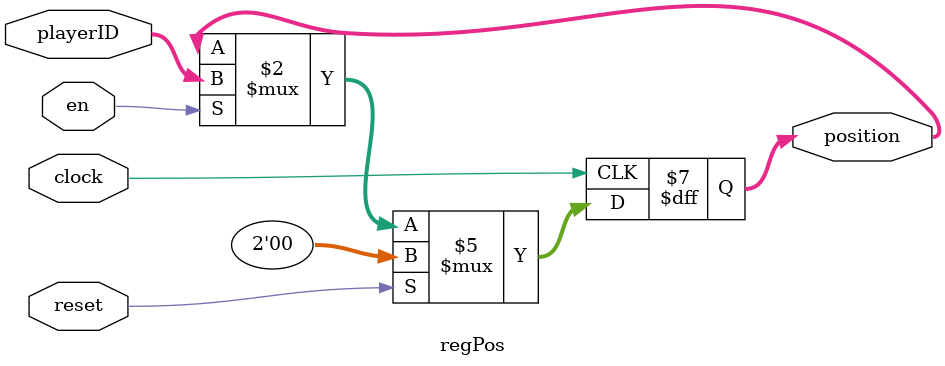
<source format=sv>
module regPos(input logic en, clock, reset, 
				  input logic[1:0] playerID,
				  output [1:0]position);

always @(negedge clock)

	if(reset) 
		position <= 1'b00;
		
		else
	
			if(en)
				position <= playerID;// keep previous position
 
endmodule 
</source>
